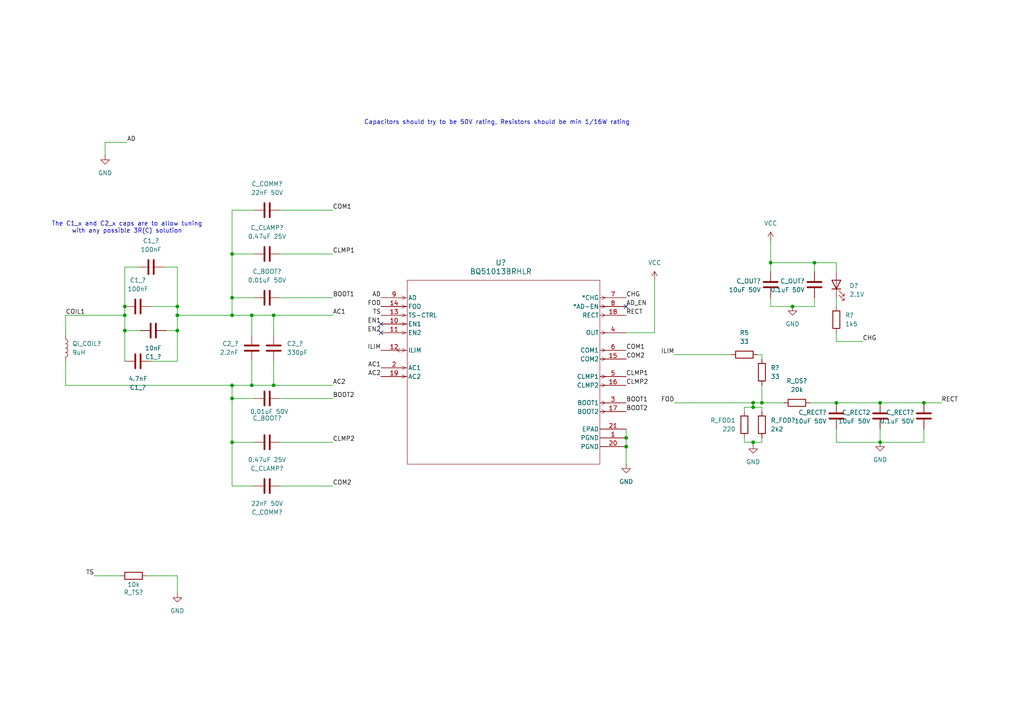
<source format=kicad_sch>
(kicad_sch (version 20250114) (generator "eeschema") (generator_version "9.0")
  (paper "A4")
  (title_block (title "Qi Charger") (date "2025-07-13") (rev "0.1"))
  (lib_symbols
    (symbol "BQ51013BRHLR:BQ51013BRHLR" (pin_names (offset 0.254))
      (property "Reference" "U1" (at 34.7789 10.16 0))
      (property "Value" "BQ51013BRHLR" (at 34.7789 7.62 0))
      (symbol "BQ51013BRHLR_0_1"
        (polyline (pts (xy 5.5372 -14.7193) (xy 4.4958 -15.24)) (stroke (width 0.127)))
        (polyline (pts (xy 5.5372 -15.7607) (xy 4.4958 -15.24)) (stroke (width 0.127)))
        (polyline (pts (xy 7.0993 0) (xy 6.0579 0.5207)) (stroke (width 0.127)))
        (polyline (pts (xy 7.0993 0) (xy 6.0579 -0.5207)) (stroke (width 0.127)))
        (polyline (pts (xy 7.0993 -2.54) (xy 6.0579 -2.0193)) (stroke (width 0.127)))
        (polyline (pts (xy 7.0993 -2.54) (xy 6.0579 -3.0607)) (stroke (width 0.127)))
        (polyline (pts (xy 7.0993 -5.08) (xy 6.0579 -4.5593)) (stroke (width 0.127)))
        (polyline (pts (xy 7.0993 -5.08) (xy 6.0579 -5.6007)) (stroke (width 0.127)))
        (polyline (pts (xy 7.0993 -7.62) (xy 6.0579 -7.0993)) (stroke (width 0.127)))
        (polyline (pts (xy 7.0993 -7.62) (xy 6.0579 -8.1407)) (stroke (width 0.127)))
        (polyline (pts (xy 7.0993 -10.16) (xy 6.0579 -9.6393)) (stroke (width 0.127)))
        (polyline (pts (xy 7.0993 -10.16) (xy 6.0579 -10.6807)) (stroke (width 0.127)))
        (polyline (pts (xy 7.0993 -15.24) (xy 6.0579 -14.7193)) (stroke (width 0.127)))
        (polyline (pts (xy 7.0993 -15.24) (xy 6.0579 -15.7607)) (stroke (width 0.127)))
        (polyline (pts (xy 7.0993 -20.32) (xy 6.0579 -19.7993)) (stroke (width 0.127)))
        (polyline (pts (xy 7.0993 -20.32) (xy 6.0579 -20.8407)) (stroke (width 0.127)))
        (polyline (pts (xy 7.0993 -22.86) (xy 6.0579 -22.3393)) (stroke (width 0.127)))
        (polyline (pts (xy 7.0993 -22.86) (xy 6.0579 -23.3807)) (stroke (width 0.127)))
        (polyline (pts (xy 7.62 5.08) (xy 7.62 -48.26)) (stroke (width 0.127)))
        (polyline (pts (xy 7.62 -48.26) (xy 63.5 -48.26)) (stroke (width 0.127)))
        (polyline (pts (xy 63.5 5.08) (xy 7.62 5.08)) (stroke (width 0.127)))
        (polyline (pts (xy 63.5 -48.26) (xy 63.5 5.08)) (stroke (width 0.127)))
        (polyline (pts (xy 64.0207 0.5207) (xy 65.0621 0)) (stroke (width 0.127)))
        (polyline (pts (xy 64.0207 -0.5207) (xy 65.0621 0)) (stroke (width 0.127)))
        (polyline (pts (xy 64.0207 -2.0193) (xy 65.0621 -2.54)) (stroke (width 0.127)))
        (polyline (pts (xy 64.0207 -3.0607) (xy 65.0621 -2.54)) (stroke (width 0.127)))
        (polyline (pts (xy 64.0207 -4.5593) (xy 65.0621 -5.08)) (stroke (width 0.127)))
        (polyline (pts (xy 64.0207 -5.6007) (xy 65.0621 -5.08)) (stroke (width 0.127)))
        (polyline (pts (xy 64.0207 -9.6393) (xy 65.0621 -10.16)) (stroke (width 0.127)))
        (polyline (pts (xy 64.0207 -10.6807) (xy 65.0621 -10.16)) (stroke (width 0.127)))
        (polyline (pts (xy 64.0207 -14.7193) (xy 65.0621 -15.24)) (stroke (width 0.127)))
        (polyline (pts (xy 64.0207 -15.7607) (xy 65.0621 -15.24)) (stroke (width 0.127)))
        (polyline (pts (xy 64.0207 -17.2593) (xy 65.0621 -17.78)) (stroke (width 0.127)))
        (polyline (pts (xy 64.0207 -18.3007) (xy 65.0621 -17.78)) (stroke (width 0.127)))
        (polyline (pts (xy 64.0207 -22.3393) (xy 65.0621 -22.86)) (stroke (width 0.127)))
        (polyline (pts (xy 64.0207 -23.3807) (xy 65.0621 -22.86)) (stroke (width 0.127)))
        (polyline (pts (xy 64.0207 -24.8793) (xy 65.0621 -25.4)) (stroke (width 0.127)))
        (polyline (pts (xy 64.0207 -25.9207) (xy 65.0621 -25.4)) (stroke (width 0.127)))
        (polyline (pts (xy 64.0207 -29.9593) (xy 65.0621 -30.48)) (stroke (width 0.127)))
        (polyline (pts (xy 64.0207 -31.0007) (xy 65.0621 -30.48)) (stroke (width 0.127)))
        (polyline (pts (xy 64.0207 -32.4993) (xy 65.0621 -33.02)) (stroke (width 0.127)))
        (polyline (pts (xy 64.0207 -33.5407) (xy 65.0621 -33.02)) (stroke (width 0.127)))
        (pin input line (at 0 0 0) (length 7.62) (name "AD") (number "9"))
        (pin input line (at 0 -2.54 0) (length 7.62) (name "FOD") (number "14"))
        (pin input line (at 0 -5.08 0) (length 7.62) (name "TS-CTRL") (number "13"))
        (pin input line (at 0 -7.62 0) (length 7.62) (name "EN1") (number "10"))
        (pin input line (at 0 -10.16 0) (length 7.62) (name "EN2") (number "11"))
        (pin bidirectional line (at 0 -15.24 0) (length 7.62) (name "ILIM") (number "12"))
        (pin input line (at 0 -20.32 0) (length 7.62) (name "AC1") (number "2"))
        (pin input line (at 0 -22.86 0) (length 7.62) (name "AC2") (number "19"))
        (pin output line (at 71.12 0 180) (length 7.62) (name "*CHG") (number "7"))
        (pin output line (at 71.12 -2.54 180) (length 7.62) (name "*AD-EN") (number "8"))
        (pin output line (at 71.12 -5.08 180) (length 7.62) (name "RECT") (number "18"))
        (pin power_out line (at 71.12 -10.16 180) (length 7.62) (name "OUT") (number "4"))
        (pin output line (at 71.12 -15.24 180) (length 7.62) (name "COM1") (number "6"))
        (pin output line (at 71.12 -17.78 180) (length 7.62) (name "COM2") (number "15"))
        (pin output line (at 71.12 -22.86 180) (length 7.62) (name "CLMP1") (number "5"))
        (pin output line (at 71.12 -25.4 180) (length 7.62) (name "CLMP2") (number "16"))
        (pin output line (at 71.12 -30.48 180) (length 7.62) (name "BOOT1") (number "3"))
        (pin output line (at 71.12 -33.02 180) (length 7.62) (name "BOOT2") (number "17"))
        (pin unspecified line (at 71.12 -38.1 180) (length 7.62) (name "EPAD") (number "21"))
        (pin power_out line (at 71.12 -40.64 180) (length 7.62) (name "PGND") (number "1"))
        (pin power_out line (at 71.12 -43.18 180) (length 7.62) (name "PGND") (number "20"))
      )
    )
    (symbol "Device:C" (pin_numbers (hide yes)) (pin_names (offset 0.254))
      (property "Reference" "C" (at 0.635 2.54 0))
      (property "Value" "C" (at 0.635 -2.54 0))
      (symbol "C_0_1"
        (polyline (pts (xy -2.032 0.762) (xy 2.032 0.762)) (stroke (width 0.508)))
        (polyline (pts (xy -2.032 -0.762) (xy 2.032 -0.762)) (stroke (width 0.508)))
      )
      (symbol "C_1_1"
        (pin passive line (at 0 3.81 270) (length 2.794) (name "~") (number "1"))
        (pin passive line (at 0 -3.81 90) (length 2.794) (name "~") (number "2"))
      )
    )
    (symbol "Device:L" (pin_numbers (hide yes)) (pin_names (offset 1.016) (hide yes))
      (property "Reference" "L" (at -1.27 0 90))
      (property "Value" "L" (at 1.905 0 90))
      (symbol "L_0_1"
        (arc (start 0 2.54) (mid 0.6323 1.905) (end 0 1.27))
        (arc (start 0 1.27) (mid 0.6323 0.635) (end 0 0))
        (arc (start 0 0) (mid 0.6323 -0.635) (end 0 -1.27))
        (arc (start 0 -1.27) (mid 0.6323 -1.905) (end 0 -2.54))
      )
      (symbol "L_1_1"
        (pin passive line (at 0 3.81 270) (length 1.27) (name "1") (number "1"))
        (pin passive line (at 0 -3.81 90) (length 1.27) (name "2") (number "2"))
      )
    )
    (symbol "Device:LED" (pin_numbers (hide yes)) (pin_names (offset 1.016) (hide yes))
      (property "Reference" "D" (at 0 2.54 0))
      (property "Value" "LED" (at 0 -2.54 0))
      (symbol "LED_0_1"
        (polyline (pts (xy -3.048 -0.762) (xy -4.572 -2.286) (xy -3.81 -2.286) (xy -4.572 -2.286) (xy -4.572 -1.524)))
        (polyline (pts (xy -1.778 -0.762) (xy -3.302 -2.286) (xy -2.54 -2.286) (xy -3.302 -2.286) (xy -3.302 -1.524)))
        (polyline (pts (xy -1.27 0) (xy 1.27 0)))
        (polyline (pts (xy -1.27 -1.27) (xy -1.27 1.27)) (stroke (width 0.254)))
        (polyline (pts (xy 1.27 -1.27) (xy 1.27 1.27) (xy -1.27 0) (xy 1.27 -1.27)) (stroke (width 0.254)))
      )
      (symbol "LED_1_1"
        (pin passive line (at -3.81 0 0) (length 2.54) (name "K") (number "1"))
        (pin passive line (at 3.81 0 180) (length 2.54) (name "A") (number "2"))
      )
    )
    (symbol "Device:R" (pin_numbers (hide yes)) (pin_names (offset 0))
      (property "Reference" "R" (at 2.032 0 90))
      (property "Value" "R" (at 0 0 90))
      (symbol "R_0_1"
        (rectangle (start -1.016 -2.54) (end 1.016 2.54) (stroke (width 0.254)))
      )
      (symbol "R_1_1"
        (pin passive line (at 0 3.81 270) (length 1.27) (name "~") (number "1"))
        (pin passive line (at 0 -3.81 90) (length 1.27) (name "~") (number "2"))
      )
    )
    (symbol "power:GND" (power) (pin_numbers (hide yes)) (pin_names (offset 0) (hide yes))
      (property "Value" "GND" (at 0 -3.81 0))
      (symbol "GND_0_1"
        (polyline (pts (xy 0 0) (xy 0 -1.27) (xy 1.27 -1.27) (xy 0 -2.54) (xy -1.27 -1.27) (xy 0 -1.27)))
      )
      (symbol "GND_1_1"
        (pin power_in line (at 0 0 270) (length 0) (name "~") (number "1"))
      )
    )
    (symbol "power:VCC" (power) (pin_numbers (hide yes)) (pin_names (offset 0) (hide yes))
      (property "Value" "VCC" (at 0 3.556 0))
      (symbol "VCC_0_1"
        (polyline (pts (xy -0.762 1.27) (xy 0 2.54)))
        (polyline (pts (xy 0 2.54) (xy 0.762 1.27)))
        (polyline (pts (xy 0 0) (xy 0 2.54)))
      )
      (symbol "VCC_1_1"
        (pin power_in line (at 0 0 90) (length 0) (name "~") (number "1"))
      )
    )
  )
  (text "Capacitors should try to be 50V rating, Resistors should be min 1/16W rating" (at 144.145 35.56 0) (effects (font (size 1.27 1.27))))
  (text "The C1_x and C2_x caps are to allow tuning\nwith any possible 3R(C) solution" (at 36.83 66.04 0) (effects (font (size 1.27 1.27))))
  (junction (at 220.98 116.84))
  (junction (at 36.195 88.9))
  (junction (at 67.31 73.66))
  (junction (at 255.27 128.27))
  (junction (at 255.27 116.84))
  (junction (at 67.31 91.44))
  (junction (at 73.025 91.44))
  (junction (at 229.87 88.9))
  (junction (at 67.31 111.76))
  (junction (at 51.435 95.885))
  (junction (at 218.44 128.27))
  (junction (at 223.52 76.2))
  (junction (at 67.31 128.27))
  (junction (at 181.61 129.54))
  (junction (at 51.435 88.9))
  (junction (at 218.44 118.11))
  (junction (at 36.195 95.885))
  (junction (at 79.375 111.76))
  (junction (at 67.31 86.36))
  (junction (at 73.025 111.76))
  (junction (at 51.435 91.44))
  (junction (at 181.61 127))
  (junction (at 242.57 116.84))
  (junction (at 218.44 116.84))
  (junction (at 79.375 91.44))
  (junction (at 267.97 116.84))
  (junction (at 236.22 76.2))
  (junction (at 67.31 115.57))
  (junction (at 36.195 91.44))
  (no_connect (at 181.61 88.9))
  (no_connect (at 110.49 93.98))
  (no_connect (at 110.49 96.52))
  (wire (pts (xy 73.66 128.27) (xy 67.31 128.27)))
  (wire (pts (xy 215.9 128.27) (xy 218.44 128.27)))
  (wire (pts (xy 255.27 124.46) (xy 255.27 128.27)))
  (wire (pts (xy 19.05 111.76) (xy 67.31 111.76)))
  (wire (pts (xy 218.44 116.84) (xy 218.44 118.11)))
  (wire (pts (xy 19.05 91.44) (xy 19.05 97.155)))
  (wire (pts (xy 236.22 86.36) (xy 236.22 88.9)))
  (wire (pts (xy 267.97 124.46) (xy 267.97 128.27)))
  (wire (pts (xy 234.95 116.84) (xy 242.57 116.84)))
  (wire (pts (xy 242.57 76.2) (xy 242.57 78.74)))
  (wire (pts (xy 51.435 77.47) (xy 51.435 88.9)))
  (wire (pts (xy 236.22 88.9) (xy 229.87 88.9)))
  (wire (pts (xy 51.435 88.9) (xy 51.435 91.44)))
  (wire (pts (xy 250.19 99.06) (xy 242.57 99.06)))
  (wire (pts (xy 67.31 91.44) (xy 73.025 91.44)))
  (wire (pts (xy 215.9 118.11) (xy 215.9 119.38)))
  (wire (pts (xy 51.435 167.005) (xy 51.435 172.085)))
  (wire (pts (xy 189.865 96.52) (xy 189.865 81.28)))
  (wire (pts (xy 67.31 73.66) (xy 67.31 86.36)))
  (wire (pts (xy 43.815 88.9) (xy 51.435 88.9)))
  (wire (pts (xy 236.22 76.2) (xy 236.22 78.74)))
  (wire (pts (xy 47.625 77.47) (xy 51.435 77.47)))
  (wire (pts (xy 73.025 111.76) (xy 79.375 111.76)))
  (wire (pts (xy 215.9 127) (xy 215.9 128.27)))
  (wire (pts (xy 67.31 111.76) (xy 73.025 111.76)))
  (wire (pts (xy 96.52 115.57) (xy 81.28 115.57)))
  (wire (pts (xy 218.44 128.27) (xy 218.44 128.905)))
  (wire (pts (xy 255.27 116.84) (xy 267.97 116.84)))
  (wire (pts (xy 236.22 76.2) (xy 242.57 76.2)))
  (wire (pts (xy 79.375 111.76) (xy 96.52 111.76)))
  (wire (pts (xy 36.195 77.47) (xy 36.195 88.9)))
  (wire (pts (xy 27.305 167.005) (xy 34.925 167.005)))
  (wire (pts (xy 229.87 88.9) (xy 223.52 88.9)))
  (wire (pts (xy 181.61 96.52) (xy 189.865 96.52)))
  (wire (pts (xy 36.83 41.275) (xy 30.48 41.275)))
  (wire (pts (xy 218.44 118.11) (xy 220.98 118.11)))
  (wire (pts (xy 36.195 88.9) (xy 36.195 91.44)))
  (wire (pts (xy 242.57 86.36) (xy 242.57 88.9)))
  (wire (pts (xy 73.66 60.96) (xy 67.31 60.96)))
  (wire (pts (xy 255.27 128.27) (xy 267.97 128.27)))
  (wire (pts (xy 30.48 41.275) (xy 30.48 45.085)))
  (wire (pts (xy 181.61 129.54) (xy 181.61 134.62)))
  (wire (pts (xy 67.31 73.66) (xy 73.66 73.66)))
  (wire (pts (xy 220.98 128.27) (xy 220.98 127)))
  (wire (pts (xy 48.26 95.885) (xy 51.435 95.885)))
  (wire (pts (xy 223.52 76.2) (xy 236.22 76.2)))
  (wire (pts (xy 67.31 60.96) (xy 67.31 73.66)))
  (wire (pts (xy 220.98 118.11) (xy 220.98 119.38)))
  (wire (pts (xy 73.66 86.36) (xy 67.31 86.36)))
  (wire (pts (xy 96.52 86.36) (xy 81.28 86.36)))
  (wire (pts (xy 73.025 91.44) (xy 79.375 91.44)))
  (wire (pts (xy 40.005 77.47) (xy 36.195 77.47)))
  (wire (pts (xy 219.71 102.87) (xy 220.98 102.87)))
  (wire (pts (xy 255.27 128.27) (xy 242.57 128.27)))
  (wire (pts (xy 19.05 104.775) (xy 19.05 111.76)))
  (wire (pts (xy 220.98 111.76) (xy 220.98 116.84)))
  (wire (pts (xy 223.52 76.2) (xy 223.52 78.74)))
  (wire (pts (xy 36.195 95.885) (xy 40.64 95.885)))
  (wire (pts (xy 96.52 140.97) (xy 81.28 140.97)))
  (wire (pts (xy 73.66 140.97) (xy 67.31 140.97)))
  (wire (pts (xy 242.57 99.06) (xy 242.57 96.52)))
  (wire (pts (xy 67.31 111.76) (xy 67.31 115.57)))
  (wire (pts (xy 242.57 116.84) (xy 255.27 116.84)))
  (wire (pts (xy 43.815 104.775) (xy 51.435 104.775)))
  (wire (pts (xy 220.98 102.87) (xy 220.98 104.14)))
  (wire (pts (xy 223.52 88.9) (xy 223.52 86.36)))
  (wire (pts (xy 96.52 128.27) (xy 81.28 128.27)))
  (wire (pts (xy 19.05 91.44) (xy 36.195 91.44)))
  (wire (pts (xy 242.57 128.27) (xy 242.57 124.46)))
  (wire (pts (xy 36.195 95.885) (xy 36.195 91.44)))
  (wire (pts (xy 73.025 91.44) (xy 73.025 97.155)))
  (wire (pts (xy 79.375 104.775) (xy 79.375 111.76)))
  (wire (pts (xy 267.97 116.84) (xy 273.05 116.84)))
  (wire (pts (xy 215.9 118.11) (xy 218.44 118.11)))
  (wire (pts (xy 96.52 60.96) (xy 81.28 60.96)))
  (wire (pts (xy 67.31 140.97) (xy 67.31 128.27)))
  (wire (pts (xy 195.58 102.87) (xy 212.09 102.87)))
  (wire (pts (xy 79.375 91.44) (xy 79.375 97.155)))
  (wire (pts (xy 51.435 91.44) (xy 67.31 91.44)))
  (wire (pts (xy 42.545 167.005) (xy 51.435 167.005)))
  (wire (pts (xy 218.44 116.84) (xy 220.98 116.84)))
  (wire (pts (xy 181.61 127) (xy 181.61 129.54)))
  (wire (pts (xy 220.98 116.84) (xy 227.33 116.84)))
  (wire (pts (xy 181.61 124.46) (xy 181.61 127)))
  (wire (pts (xy 51.435 95.885) (xy 51.435 104.775)))
  (wire (pts (xy 73.025 104.775) (xy 73.025 111.76)))
  (wire (pts (xy 79.375 91.44) (xy 96.52 91.44)))
  (wire (pts (xy 218.44 128.27) (xy 220.98 128.27)))
  (wire (pts (xy 223.52 69.85) (xy 223.52 76.2)))
  (wire (pts (xy 195.58 116.84) (xy 218.44 116.84)))
  (wire (pts (xy 96.52 73.66) (xy 81.28 73.66)))
  (wire (pts (xy 67.31 86.36) (xy 67.31 91.44)))
  (wire (pts (xy 67.31 128.27) (xy 67.31 115.57)))
  (wire (pts (xy 67.31 115.57) (xy 73.66 115.57)))
  (wire (pts (xy 51.435 95.885) (xy 51.435 91.44)))
  (wire (pts (xy 36.195 95.885) (xy 36.195 104.775)))
  (label "CHG" (at 250.19 99.06 0))
  (label "CLMP2" (at 181.61 111.76 0))
  (label "TS" (at 27.305 167.005 180))
  (label "COM2" (at 181.61 104.14 0))
  (label "CLMP1" (at 181.61 109.22 0))
  (label "TS" (at 110.49 91.44 180))
  (label "COM2" (at 96.52 140.97 0))
  (label "AD" (at 110.49 86.36 180))
  (label "ILIM" (at 195.58 102.87 180))
  (label "COM1" (at 96.52 60.96 0))
  (label "AD" (at 36.83 41.275 0))
  (label "FOD" (at 195.58 116.84 180))
  (label "COIL1" (at 19.05 91.44 0))
  (label "CHG" (at 181.61 86.36 0))
  (label "COM1" (at 181.61 101.6 0))
  (label "AC1" (at 110.49 106.68 180))
  (label "CLMP1" (at 96.52 73.66 0))
  (label "RECT" (at 273.05 116.84 0))
  (label "BOOT2" (at 96.52 115.57 0))
  (label "AD_EN" (at 181.61 88.9 0))
  (label "FOD" (at 110.49 88.9 180))
  (label "AC2" (at 96.52 111.76 0))
  (label "EN1" (at 110.49 93.98 180))
  (label "AC2" (at 110.49 109.22 180))
  (label "AC1" (at 96.52 91.44 0))
  (label "BOOT1" (at 181.61 116.84 0))
  (label "CLMP2" (at 96.52 128.27 0))
  (label "RECT" (at 181.61 91.44 0))
  (label "BOOT2" (at 181.61 119.38 0))
  (label "ILIM" (at 110.49 101.6 180))
  (label "BOOT1" (at 96.52 86.36 0))
  (label "EN2" (at 110.49 96.52 180))
  (symbol (lib_id "Device:C") (at 44.45 95.885 270) (mirror x) (unit 1)
    (property "Reference" "C1_3" (at 44.45 103.505 90))
    (property "Value" "10nF" (at 44.45 100.965 90))
    (property "Footprint" "Capacitor_SMD:C_0603_1608Metric" (effects (hide yes)))
    (property "Description" "Unpolarized capacitor" (effects (hide yes)))
    (instances (project "qi_charger_nfc_test" (path "" (reference "C1_?") (unit 1))) (project "qi_charger_nfc_test" (path "" (reference "C1_3") (unit 1))))
  )
  (symbol (lib_id "Device:C") (at 242.57 120.65 0) (mirror x) (unit 1)
    (property "Reference" "C_RECT1" (at 239.776 119.634 0) (effects (justify right)))
    (property "Value" "10uF 50V" (at 239.776 122.174 0) (effects (justify right)))
    (property "Footprint" "Capacitor_SMD:C_1206_3216Metric" (effects (hide yes)))
    (property "Description" "Unpolarized capacitor" (effects (hide yes)))
    (property "Comment" "25V" (effects (hide yes)))
    (instances (project "qi_charger_nfc_test" (path "" (reference "C_RECT?") (unit 1))) (project "qi_charger_nfc_test" (path "" (reference "C_RECT1") (unit 1))))
  )
  (symbol (lib_id "Device:C") (at 267.97 120.65 0) (mirror x) (unit 1)
    (property "Reference" "C_RECT3" (at 265.176 119.634 0) (effects (justify right)))
    (property "Value" "0.1uF 50V" (at 265.176 122.174 0) (effects (justify right)))
    (property "Footprint" "Capacitor_SMD:C_0603_1608Metric" (effects (hide yes)))
    (property "Description" "Unpolarized capacitor" (effects (hide yes)))
    (property "Comment" "25V" (effects (hide yes)))
    (instances (project "qi_charger_nfc_test" (path "" (reference "C_RECT?") (unit 1))) (project "qi_charger_nfc_test" (path "" (reference "C_RECT3") (unit 1))))
  )
  (symbol (lib_id "Device:R") (at 215.9 123.19 0) (mirror x) (unit 1)
    (property "Reference" "R_FOD1" (at 213.36 121.9199 0) (effects (justify right)))
    (property "Value" "220" (at 213.36 124.4599 0) (effects (justify right)))
    (property "Footprint" "Resistor_SMD:R_0603_1608Metric" (effects (hide yes)))
    (property "Description" "Resistor" (effects (hide yes)))
  )
  (symbol (lib_id "power:GND") (at 30.48 45.085 0) (unit 1)
    (property "Reference" "#PWR06" (effects (hide yes)))
    (property "Value" "GND" (at 30.48 50.165 0))
    (property "Description" "Power symbol creates a global label with name \"GND\" , ground" (effects (hide yes)))
    (instances (project "qi_charger_nfc_test" (path "" (reference "#PWR?") (unit 1))) (project "qi_charger_nfc_test" (path "" (reference "#PWR06") (unit 1))))
  )
  (symbol (lib_id "Device:C") (at 255.27 120.65 0) (mirror x) (unit 1)
    (property "Reference" "C_RECT2" (at 252.476 119.634 0) (effects (justify right)))
    (property "Value" "10uF 50V" (at 252.476 122.174 0) (effects (justify right)))
    (property "Footprint" "Capacitor_SMD:C_1206_3216Metric" (effects (hide yes)))
    (property "Description" "Unpolarized capacitor" (effects (hide yes)))
    (property "Comment" "25V" (effects (hide yes)))
  )
  (symbol (lib_id "Device:C") (at 77.47 115.57 90) (unit 1)
    (property "Reference" "C_BOOT2" (at 77.47 121.285 90))
    (property "Value" "0.01uF 50V" (at 78.105 119.38 90))
    (property "Footprint" "Capacitor_SMD:C_0603_1608Metric" (effects (hide yes)))
    (property "Description" "Unpolarized capacitor" (effects (hide yes)))
    (property "Comment" "25V" (effects (hide yes)))
    (instances (project "qi_charger_nfc_test" (path "" (reference "C_BOOT?") (unit 1))) (project "qi_charger_nfc_test" (path "" (reference "C_BOOT2") (unit 1))))
  )
  (symbol (lib_id "Device:C") (at 77.47 60.96 270) (unit 1)
    (property "Reference" "C_COMM1" (at 77.47 53.34 90))
    (property "Value" "22nF 50V" (at 77.47 55.88 90))
    (property "Footprint" "Capacitor_SMD:C_0603_1608Metric" (effects (hide yes)))
    (property "Description" "Unpolarized capacitor" (effects (hide yes)))
    (property "Comment" "25V" (effects (hide yes)))
    (instances (project "qi_charger_nfc_test" (path "" (reference "C_COMM?") (unit 1))) (project "qi_charger_nfc_test" (path "" (reference "C_COMM1") (unit 1))))
  )
  (symbol (lib_id "power:GND") (at 51.435 172.085 0) (unit 1)
    (property "Reference" "#PWR013" (effects (hide yes)))
    (property "Value" "GND" (at 51.435 177.165 0))
    (property "Description" "Power symbol creates a global label with name \"GND\" , ground" (effects (hide yes)))
    (instances (project "qi_charger_nfc_test" (path "" (reference "#PWR?") (unit 1))) (project "qi_charger_nfc_test" (path "" (reference "#PWR013") (unit 1))))
  )
  (symbol (lib_id "Device:L") (at 19.05 100.965 0) (unit 1) (in_bom no)
    (property "Reference" "Qi_COIL1" (at 20.955 99.6949 0) (effects (justify left)))
    (property "Value" "9uH" (at 20.955 102.2349 0) (effects (justify left)))
    (property "Footprint" "pcb_coils:Qi_COIL_9uH_2_layer" (effects (hide yes)))
    (property "Description" "Inductor" (effects (hide yes)))
    (instances (project "qi_charger_nfc_test" (path "" (reference "Qi_COIL?") (unit 1))) (project "qi_charger_nfc_test" (path "" (reference "Qi_COIL1") (unit 1))))
  )
  (symbol (lib_id "Device:R") (at 38.735 167.005 90) (unit 1)
    (property "Reference" "R_TS1" (at 38.735 171.831 90))
    (property "Value" "10k" (at 38.735 169.545 90))
    (property "Footprint" "Resistor_SMD:R_0603_1608Metric" (effects (hide yes)))
    (property "Description" "Resistor" (effects (hide yes)))
    (instances (project "qi_charger_nfc_test" (path "" (reference "R_TS?") (unit 1))) (project "qi_charger_nfc_test" (path "" (reference "R_TS1") (unit 1))))
  )
  (symbol (lib_id "Device:C") (at 223.52 82.55 0) (mirror x) (unit 1)
    (property "Reference" "C_OUT1" (at 220.726 81.534 0) (effects (justify right)))
    (property "Value" "10uF 50V" (at 220.726 84.074 0) (effects (justify right)))
    (property "Footprint" "Capacitor_SMD:C_1206_3216Metric" (effects (hide yes)))
    (property "Description" "Unpolarized capacitor" (effects (hide yes)))
    (property "Comment" "25V" (effects (hide yes)))
    (instances (project "qi_charger_nfc_test" (path "" (reference "C_OUT?") (unit 1))) (project "qi_charger_nfc_test" (path "" (reference "C_OUT1") (unit 1))))
  )
  (symbol (lib_id "BQ51013BRHLR:BQ51013BRHLR") (at 110.49 86.36 0) (unit 1)
    (property "Reference" "U2" (at 145.2689 76.2 0) (effects (font (size 1.524 1.524))))
    (property "Value" "BQ51013BRHLR" (at 145.2689 78.74 0) (effects (font (size 1.524 1.524))))
    (property "Footprint" "BQ51013BRHLR-footprints:RHL20_2P05X3P05" (effects (hide yes)))
    (property "Datasheet" "BQ51013BRHLR" (effects (hide yes)))
    (instances (project "qi_charger_nfc_test" (path "" (reference "U?") (unit 1))) (project "qi_charger_nfc_test" (path "" (reference "U2") (unit 1))))
  )
  (symbol (lib_id "power:VCC") (at 223.52 69.85 0) (unit 1)
    (property "Reference" "#PWR07" (effects (hide yes)))
    (property "Value" "VCC" (at 223.52 64.77 0))
    (property "Description" "Power symbol creates a global label with name \"VCC\"" (effects (hide yes)))
  )
  (symbol (lib_id "Device:C") (at 236.22 82.55 0) (mirror x) (unit 1)
    (property "Reference" "C_OUT2" (at 233.426 81.534 0) (effects (justify right)))
    (property "Value" "0.1uF 50V" (at 233.426 84.074 0) (effects (justify right)))
    (property "Footprint" "Capacitor_SMD:C_0603_1608Metric" (effects (hide yes)))
    (property "Description" "Unpolarized capacitor" (effects (hide yes)))
    (property "Comment" "25V" (effects (hide yes)))
    (instances (project "qi_charger_nfc_test" (path "" (reference "C_OUT?") (unit 1))) (project "qi_charger_nfc_test" (path "" (reference "C_OUT2") (unit 1))))
  )
  (symbol (lib_id "power:GND") (at 229.87 88.9 0) (mirror y) (unit 1)
    (property "Reference" "#PWR09" (effects (hide yes)))
    (property "Value" "GND" (at 229.87 93.98 0))
    (property "Description" "Power symbol creates a global label with name \"GND\" , ground" (effects (hide yes)))
    (instances (project "qi_charger_nfc_test" (path "" (reference "#PWR?") (unit 1))) (project "qi_charger_nfc_test" (path "" (reference "#PWR09") (unit 1))))
  )
  (symbol (lib_id "Device:C") (at 43.815 77.47 270) (unit 1)
    (property "Reference" "C1_1" (at 43.815 69.85 90))
    (property "Value" "100nF" (at 43.815 72.39 90))
    (property "Footprint" "Capacitor_SMD:C_0603_1608Metric" (effects (hide yes)))
    (property "Description" "Unpolarized capacitor" (effects (hide yes)))
    (instances (project "qi_charger_nfc_test" (path "" (reference "C1_?") (unit 1))) (project "qi_charger_nfc_test" (path "" (reference "C1_1") (unit 1))))
  )
  (symbol (lib_id "power:GND") (at 218.44 128.905 0) (unit 1)
    (property "Reference" "#PWR011" (effects (hide yes)))
    (property "Value" "GND" (at 218.44 133.985 0))
    (property "Description" "Power symbol creates a global label with name \"GND\" , ground" (effects (hide yes)))
    (instances (project "qi_charger_nfc_test" (path "" (reference "#PWR?") (unit 1))) (project "qi_charger_nfc_test" (path "" (reference "#PWR011") (unit 1))))
  )
  (symbol (lib_id "Device:C") (at 77.47 128.27 90) (unit 1)
    (property "Reference" "C_CLAMP2" (at 77.47 135.89 90))
    (property "Value" "0.47uF 25V" (at 77.47 133.35 90))
    (property "Footprint" "Capacitor_SMD:C_0603_1608Metric" (effects (hide yes)))
    (property "Description" "Unpolarized capacitor" (effects (hide yes)))
    (property "Comment" "25V" (effects (hide yes)))
    (instances (project "qi_charger_nfc_test" (path "" (reference "C_CLAMP?") (unit 1))) (project "qi_charger_nfc_test" (path "" (reference "C_CLAMP2") (unit 1))))
  )
  (symbol (lib_id "Device:R") (at 215.9 102.87 270) (unit 1)
    (property "Reference" "R5" (at 215.9 96.52 90))
    (property "Value" "33" (at 215.9 99.06 90))
    (property "Footprint" "Resistor_SMD:R_0603_1608Metric" (effects (hide yes)))
    (property "Description" "Resistor" (effects (hide yes)))
  )
  (symbol (lib_id "Device:LED") (at 242.57 82.55 90) (unit 1)
    (property "Reference" "D1" (at 246.38 82.8674 90) (effects (justify right)))
    (property "Value" "2.1V" (at 246.38 85.4074 90) (effects (justify right)))
    (property "Footprint" "LED_SMD:LED_0603_1608Metric" (effects (hide yes)))
    (property "Description" "LTST-C190KSKT" (effects (hide yes)))
    (property "Sim.Pins" "1=K 2=A" (effects (hide yes)))
    (instances (project "" (path "" (reference "D?") (unit 1))) (project "" (path "" (reference "D1") (unit 1))))
  )
  (symbol (lib_id "power:GND") (at 255.27 128.27 0) (mirror y) (unit 1)
    (property "Reference" "#PWR010" (effects (hide yes)))
    (property "Value" "GND" (at 255.27 133.35 0))
    (property "Description" "Power symbol creates a global label with name \"GND\" , ground" (effects (hide yes)))
    (instances (project "qi_charger_nfc_test" (path "" (reference "#PWR?") (unit 1))) (project "qi_charger_nfc_test" (path "" (reference "#PWR010") (unit 1))))
  )
  (symbol (lib_id "power:VCC") (at 189.865 81.28 0) (unit 1)
    (property "Reference" "#PWR08" (effects (hide yes)))
    (property "Value" "VCC" (at 189.865 76.2 0))
    (property "Description" "Power symbol creates a global label with name \"VCC\"" (effects (hide yes)))
  )
  (symbol (lib_id "Device:C") (at 77.47 86.36 270) (unit 1)
    (property "Reference" "C_BOOT1" (at 77.47 78.74 90))
    (property "Value" "0.01uF 50V" (at 77.47 81.28 90))
    (property "Footprint" "Capacitor_SMD:C_0603_1608Metric" (effects (hide yes)))
    (property "Description" "Unpolarized capacitor" (effects (hide yes)))
    (property "Comment" "25V" (effects (hide yes)))
    (instances (project "qi_charger_nfc_test" (path "" (reference "C_BOOT?") (unit 1))) (project "qi_charger_nfc_test" (path "" (reference "C_BOOT1") (unit 1))))
  )
  (symbol (lib_id "Device:C") (at 40.005 88.9 270) (unit 1)
    (property "Reference" "C1_2" (at 40.005 81.28 90))
    (property "Value" "100nF" (at 40.005 83.82 90))
    (property "Footprint" "Capacitor_SMD:C_0603_1608Metric" (effects (hide yes)))
    (property "Description" "Unpolarized capacitor" (effects (hide yes)))
    (instances (project "qi_charger_nfc_test" (path "" (reference "C1_?") (unit 1))) (project "qi_charger_nfc_test" (path "" (reference "C1_2") (unit 1))))
  )
  (symbol (lib_id "power:GND") (at 181.61 134.62 0) (unit 1)
    (property "Reference" "#PWR012" (effects (hide yes)))
    (property "Value" "GND" (at 181.61 139.7 0))
    (property "Description" "Power symbol creates a global label with name \"GND\" , ground" (effects (hide yes)))
    (instances (project "qi_charger_nfc_test" (path "" (reference "#PWR?") (unit 1))) (project "qi_charger_nfc_test" (path "" (reference "#PWR012") (unit 1))))
  )
  (symbol (lib_id "Device:C") (at 77.47 73.66 270) (unit 1)
    (property "Reference" "C_CLAMP1" (at 77.47 66.04 90))
    (property "Value" "0.47uF 25V" (at 77.47 68.58 90))
    (property "Footprint" "Capacitor_SMD:C_0603_1608Metric" (effects (hide yes)))
    (property "Description" "Unpolarized capacitor" (effects (hide yes)))
    (property "Comment" "25V" (effects (hide yes)))
    (instances (project "qi_charger_nfc_test" (path "" (reference "C_CLAMP?") (unit 1))) (project "qi_charger_nfc_test" (path "" (reference "C_CLAMP1") (unit 1))))
  )
  (symbol (lib_id "Device:C") (at 79.375 100.965 180) (unit 1)
    (property "Reference" "C2_2" (at 83.185 99.6949 0) (effects (justify right)))
    (property "Value" "330pF" (at 83.185 102.2349 0) (effects (justify right)))
    (property "Footprint" "Capacitor_SMD:C_0603_1608Metric" (effects (hide yes)))
    (property "Description" "Unpolarized capacitor" (effects (hide yes)))
    (instances (project "qi_charger_nfc_test" (path "" (reference "C2_?") (unit 1))) (project "qi_charger_nfc_test" (path "" (reference "C2_2") (unit 1))))
  )
  (symbol (lib_id "Device:R") (at 220.98 123.19 180) (unit 1)
    (property "Reference" "R_FOD2" (at 223.52 121.9199 0) (effects (justify right)))
    (property "Value" "2k2" (at 223.52 124.4599 0) (effects (justify right)))
    (property "Footprint" "Resistor_SMD:R_0603_1608Metric" (effects (hide yes)))
    (property "Description" "Resistor" (effects (hide yes)))
    (instances (project "qi_charger_nfc_test" (path "" (reference "R_FOD?") (unit 1))) (project "qi_charger_nfc_test" (path "" (reference "R_FOD2") (unit 1))))
  )
  (symbol (lib_id "Device:R") (at 242.57 92.71 180) (unit 1)
    (property "Reference" "R4" (at 245.11 91.4399 0) (effects (justify right)))
    (property "Value" "1k5" (at 245.11 93.9799 0) (effects (justify right)))
    (property "Footprint" "Resistor_SMD:R_0603_1608Metric" (effects (hide yes)))
    (property "Description" "Resistor" (effects (hide yes)))
    (instances (project "qi_charger_nfc_test" (path "" (reference "R?") (unit 1))) (project "qi_charger_nfc_test" (path "" (reference "R4") (unit 1))))
  )
  (symbol (lib_id "Device:R") (at 231.14 116.84 270) (unit 1)
    (property "Reference" "R_OS1" (at 231.14 110.49 90))
    (property "Value" "20k" (at 231.14 113.03 90))
    (property "Footprint" "Resistor_SMD:R_0603_1608Metric" (effects (hide yes)))
    (property "Description" "Resistor" (effects (hide yes)))
    (instances (project "qi_charger_nfc_test" (path "" (reference "R_OS?") (unit 1))) (project "qi_charger_nfc_test" (path "" (reference "R_OS1") (unit 1))))
  )
  (symbol (lib_id "Device:R") (at 220.98 107.95 180) (unit 1)
    (property "Reference" "R6" (at 223.52 106.6799 0) (effects (justify right)))
    (property "Value" "33" (at 223.52 109.2199 0) (effects (justify right)))
    (property "Footprint" "Resistor_SMD:R_0603_1608Metric" (effects (hide yes)))
    (property "Description" "Resistor" (effects (hide yes)))
    (instances (project "qi_charger_nfc_test" (path "" (reference "R?") (unit 1))) (project "qi_charger_nfc_test" (path "" (reference "R6") (unit 1))))
  )
  (symbol (lib_id "Device:C") (at 40.005 104.775 270) (mirror x) (unit 1)
    (property "Reference" "C1_4" (at 40.005 112.395 90))
    (property "Value" "4.7nF" (at 40.005 109.855 90))
    (property "Footprint" "Capacitor_SMD:C_0603_1608Metric" (effects (hide yes)))
    (property "Description" "Unpolarized capacitor" (effects (hide yes)))
    (instances (project "qi_charger_nfc_test" (path "" (reference "C1_?") (unit 1))) (project "qi_charger_nfc_test" (path "" (reference "C1_4") (unit 1))))
  )
  (symbol (lib_id "Device:C") (at 73.025 100.965 0) (mirror x) (unit 1)
    (property "Reference" "C2_1" (at 69.215 99.6949 0) (effects (justify right)))
    (property "Value" "2.2nF" (at 69.215 102.2349 0) (effects (justify right)))
    (property "Footprint" "Capacitor_SMD:C_0603_1608Metric" (effects (hide yes)))
    (property "Description" "Unpolarized capacitor" (effects (hide yes)))
    (instances (project "qi_charger_nfc_test" (path "" (reference "C2_?") (unit 1))) (project "qi_charger_nfc_test" (path "" (reference "C2_1") (unit 1))))
  )
  (symbol (lib_id "Device:C") (at 77.47 140.97 90) (unit 1)
    (property "Reference" "C_COMM2" (at 77.47 148.59 90))
    (property "Value" "22nF 50V" (at 77.47 146.05 90))
    (property "Footprint" "Capacitor_SMD:C_0603_1608Metric" (effects (hide yes)))
    (property "Description" "Unpolarized capacitor" (effects (hide yes)))
    (property "Comment" "25V" (effects (hide yes)))
    (instances (project "qi_charger_nfc_test" (path "" (reference "C_COMM?") (unit 1))) (project "qi_charger_nfc_test" (path "" (reference "C_COMM2") (unit 1))))
  )
)
</source>
